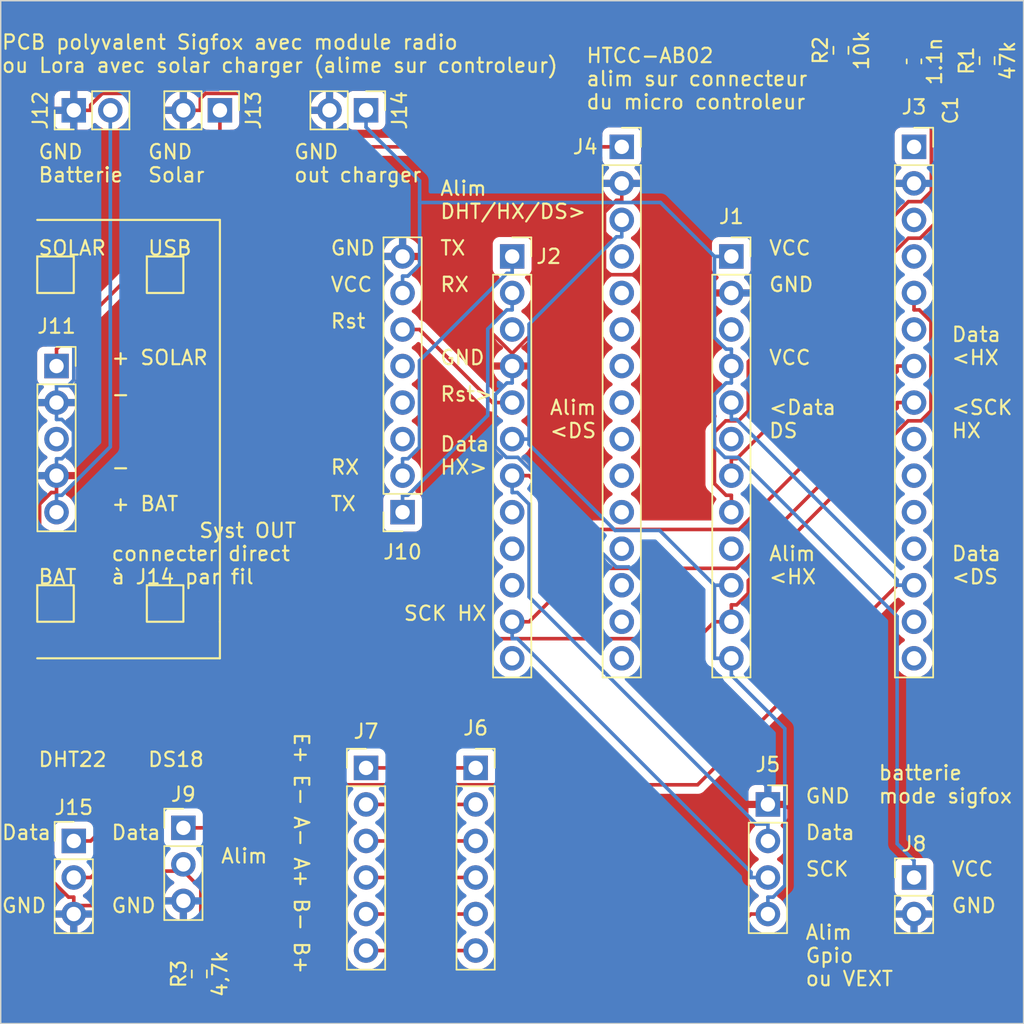
<source format=kicad_pcb>
(kicad_pcb (version 20221018) (generator pcbnew)
  (title_block (date "sam. 04 avril 2015"))
  (layers (0 "F.Cu" signal) (31 "B.Cu" signal) (34 "B.Paste" user) (35 "F.Paste" user) (36 "B.SilkS" user "B.Silkscreen") (37 "F.SilkS" user "F.Silkscreen") (38 "B.Mask" user) (39 "F.Mask" user) (44 "Edge.Cuts" user))
  (net 0 "")
  (net 1 "GND")
  (net 2 "DS18B20_data")
  (net 3 "DHT PW")
  (net 4 "TX")
  (net 5 "RX")
  (net 8 "Reset")
  (net 9 "VCC")
  (net 10 "HX711_data")
  (net 11 "HX711_sck")
  (net 12 "Net-(J1-Pin_8)")
  (net 15 "Net-(J1-Pin_7)")
  (net 17 "DHT DATA")
  (net 41 "Net-(J6-Pin_1)")
  (net 42 "Net-(J6-Pin_2)")
  (net 43 "Net-(J6-Pin_3)")
  (net 44 "Net-(J6-Pin_4)")
  (net 45 "Net-(J6-Pin_5)")
  (net 46 "Net-(J6-Pin_6)")
  (net 52 "Net-(J11-Pin_1)")
  (net 54 "Net-(J11-Pin_5)")
  (footprint "Connector_PinSocket_2.54mm:PinSocket_1x15_P2.54mm_Vertical" (layer "F.Cu") (at 211.76 61.9)
    (fp_text reference "J3" (at 0 -2.77) (layer "F.SilkS"))
    (fp_text value "Conn_01x15" hide)
    (pad "1" thru_hole rect (at 0 0) (size 1.7 1.7) (drill 1) (layers "*.Cu" "*.Mask"))
    (pad "2" thru_hole oval (at 0 2.54) (size 1.7 1.7) (drill 1) (layers "*.Cu" "*.Mask") (net 1 "GND"))
    (pad "3" thru_hole oval (at 0 5.08) (size 1.7 1.7) (drill 1) (layers "*.Cu" "*.Mask"))
    (pad "4" thru_hole oval (at 0 7.62) (size 1.7 1.7) (drill 1) (layers "*.Cu" "*.Mask"))
    (pad "5" thru_hole oval (at 0 10.16) (size 1.7 1.7) (drill 1) (layers "*.Cu" "*.Mask") (net 17 "DHT DATA"))
    (pad "6" thru_hole oval (at 0 12.7) (size 1.7 1.7) (drill 1) (layers "*.Cu" "*.Mask"))
    (pad "7" thru_hole oval (at 0 15.24) (size 1.7 1.7) (drill 1) (layers "*.Cu" "*.Mask") (net 10 "HX711_data"))
    (pad "8" thru_hole oval (at 0 17.78) (size 1.7 1.7) (drill 1) (layers "*.Cu" "*.Mask") (net 11 "HX711_sck"))
    (pad "9" thru_hole oval (at 0 20.32) (size 1.7 1.7) (drill 1) (layers "*.Cu" "*.Mask"))
    (pad "10" thru_hole oval (at 0 22.86) (size 1.7 1.7) (drill 1) (layers "*.Cu" "*.Mask"))
    (pad "11" thru_hole oval (at 0 25.4) (size 1.7 1.7) (drill 1) (layers "*.Cu" "*.Mask"))
    (pad "12" thru_hole oval (at 0 27.94) (size 1.7 1.7) (drill 1) (layers "*.Cu" "*.Mask"))
    (pad "13" thru_hole oval (at 0 30.48) (size 1.7 1.7) (drill 1) (layers "*.Cu" "*.Mask") (net 2 "DS18B20_data"))
    (pad "14" thru_hole oval (at 0 33.02) (size 1.7 1.7) (drill 1) (layers "*.Cu" "*.Mask"))
    (pad "15" thru_hole oval (at 0 35.56) (size 1.7 1.7) (drill 1) (layers "*.Cu" "*.Mask"))
  )
  (footprint "Connector_PinHeader_2.54mm:PinHeader_1x02_P2.54mm_Vertical" (layer "F.Cu") (at 173.66 59.36 -90)
    (fp_text reference "J14" (at 0 -2.33 90) (layer "F.SilkS"))
    (fp_text value "Conn_01x02" hide)
    (pad "1" thru_hole rect (at 0 0 270) (size 1.7 1.7) (drill 1) (layers "*.Cu" "*.Mask") (net 9 "VCC"))
    (pad "2" thru_hole oval (at 0 2.54 270) (size 1.7 1.7) (drill 1) (layers "*.Cu" "*.Mask") (net 1 "GND"))
  )
  (footprint "Resistor_SMD:R_0603_1608Metric_Pad0.98x0.95mm_HandSolder" (layer "F.Cu") (at 206.68 55.1925 90)
    (fp_text reference "R2" (at 0 -1.43 90) (layer "F.SilkS"))
    (fp_text value "10k" (at 0 1.43 90) (layer "F.SilkS"))
    (pad "1" smd roundrect (at -0.9125 0 90) (size 0.975 0.95) (layers "F.Cu" "F.Paste" "F.Mask") (net 12 "Net-(J1-Pin_8)"))
    (pad "2" smd roundrect (at 0.9125 0 90) (size 0.975 0.95) (layers "F.Cu" "F.Paste" "F.Mask") (net 1 "GND"))
  )
  (footprint "Connector_PinHeader_2.54mm:PinHeader_1x02_P2.54mm_Vertical" (layer "F.Cu") (at 163.5 59.36 -90)
    (fp_text reference "J13" (at 0 -2.33 90) (layer "F.SilkS"))
    (fp_text value "Conn_01x02" hide)
    (pad "1" thru_hole rect (at 0 0 270) (size 1.7 1.7) (drill 1) (layers "*.Cu" "*.Mask") (net 52 "Net-(J11-Pin_1)"))
    (pad "2" thru_hole oval (at 0 2.54 270) (size 1.7 1.7) (drill 1) (layers "*.Cu" "*.Mask") (net 1 "GND"))
  )
  (footprint "Connector_PinSocket_2.54mm:PinSocket_1x12_P2.54mm_Vertical" (layer "F.Cu") (at 199.06 69.52)
    (fp_text reference "J1" (at 0 -2.77) (layer "F.SilkS"))
    (fp_text value "Conn_01x12" hide)
    (pad "1" thru_hole rect (at 0 0) (size 1.7 1.7) (drill 1) (layers "*.Cu" "*.Mask") (net 9 "VCC"))
    (pad "2" thru_hole oval (at 0 2.54) (size 1.7 1.7) (drill 1) (layers "*.Cu" "*.Mask") (net 1 "GND"))
    (pad "3" thru_hole oval (at 0 5.08) (size 1.7 1.7) (drill 1) (layers "*.Cu" "*.Mask"))
    (pad "4" thru_hole oval (at 0 7.62) (size 1.7 1.7) (drill 1) (layers "*.Cu" "*.Mask") (net 9 "VCC"))
    (pad "5" thru_hole oval (at 0 10.16) (size 1.7 1.7) (drill 1) (layers "*.Cu" "*.Mask") (net 2 "DS18B20_data"))
    (pad "6" thru_hole oval (at 0 12.7) (size 1.7 1.7) (drill 1) (layers "*.Cu" "*.Mask"))
    (pad "7" thru_hole oval (at 0 15.24) (size 1.7 1.7) (drill 1) (layers "*.Cu" "*.Mask") (net 15 "Net-(J1-Pin_7)"))
    (pad "8" thru_hole oval (at 0 17.78) (size 1.7 1.7) (drill 1) (layers "*.Cu" "*.Mask") (net 12 "Net-(J1-Pin_8)"))
    (pad "9" thru_hole oval (at 0 20.32) (size 1.7 1.7) (drill 1) (layers "*.Cu" "*.Mask"))
    (pad "10" thru_hole oval (at 0 22.86) (size 1.7 1.7) (drill 1) (layers "*.Cu" "*.Mask") (net 3 "DHT PW"))
    (pad "11" thru_hole oval (at 0 25.4) (size 1.7 1.7) (drill 1) (layers "*.Cu" "*.Mask") (net 17 "DHT DATA"))
    (pad "12" thru_hole oval (at 0 27.94) (size 1.7 1.7) (drill 1) (layers "*.Cu" "*.Mask") (net 3 "DHT PW"))
  )
  (footprint "Resistor_SMD:R_0603_1608Metric_Pad0.98x0.95mm_HandSolder" (layer "F.Cu") (at 162.07 119.4075 90)
    (fp_text reference "R3" (at 0 -1.43 90) (layer "F.SilkS"))
    (fp_text value "4,7k" (at 0 1.43 90) (layer "F.SilkS"))
    (pad "1" smd roundrect (at -0.9125 0 90) (size 0.975 0.95) (layers "F.Cu" "F.Paste" "F.Mask") (net 3 "DHT PW"))
    (pad "2" smd roundrect (at 0.9125 0 90) (size 0.975 0.95) (layers "F.Cu" "F.Paste" "F.Mask") (net 2 "DS18B20_data"))
  )
  (footprint "Connector_PinSocket_2.54mm:PinSocket_1x08_P2.54mm_Vertical" (layer "F.Cu") (at 176.2 87.3 180)
    (fp_text reference "J10" (at 0 -2.77 180) (layer "F.SilkS"))
    (fp_text value "Conn_01x08" hide)
    (pad "1" thru_hole rect (at 0 0 180) (size 1.7 1.7) (drill 1) (layers "*.Cu" "*.Mask") (net 4 "TX"))
    (pad "2" thru_hole oval (at 0 2.54 180) (size 1.7 1.7) (drill 1) (layers "*.Cu" "*.Mask") (net 5 "RX"))
    (pad "3" thru_hole oval (at 0 5.08 180) (size 1.7 1.7) (drill 1) (layers "*.Cu" "*.Mask"))
    (pad "4" thru_hole oval (at 0 7.62 180) (size 1.7 1.7) (drill 1) (layers "*.Cu" "*.Mask"))
    (pad "5" thru_hole oval (at 0 10.16 180) (size 1.7 1.7) (drill 1) (layers "*.Cu" "*.Mask"))
    (pad "6" thru_hole oval (at 0 12.7 180) (size 1.7 1.7) (drill 1) (layers "*.Cu" "*.Mask") (net 8 "Reset"))
    (pad "7" thru_hole oval (at 0 15.24 180) (size 1.7 1.7) (drill 1) (layers "*.Cu" "*.Mask") (net 9 "VCC"))
    (pad "8" thru_hole oval (at 0 17.78 180) (size 1.7 1.7) (drill 1) (layers "*.Cu" "*.Mask") (net 1 "GND"))
  )
  (footprint "Connector_PinSocket_2.54mm:PinSocket_1x05_P2.54mm_Vertical" (layer "F.Cu") (at 152.14 77.14)
    (fp_text reference "J11" (at 0 -2.77) (layer "F.SilkS"))
    (fp_text value "Conn_01x05" hide)
    (pad "1" thru_hole rect (at 0 0) (size 1.7 1.7) (drill 1) (layers "*.Cu" "*.Mask") (net 52 "Net-(J11-Pin_1)"))
    (pad "2" thru_hole oval (at 0 2.54) (size 1.7 1.7) (drill 1) (layers "*.Cu" "*.Mask") (net 1 "GND"))
    (pad "3" thru_hole oval (at 0 5.08) (size 1.7 1.7) (drill 1) (layers "*.Cu" "*.Mask"))
    (pad "4" thru_hole oval (at 0 7.62) (size 1.7 1.7) (drill 1) (layers "*.Cu" "*.Mask") (net 1 "GND"))
    (pad "5" thru_hole oval (at 0 10.16) (size 1.7 1.7) (drill 1) (layers "*.Cu" "*.Mask") (net 54 "Net-(J11-Pin_5)"))
  )
  (footprint "Connector_PinHeader_2.54mm:PinHeader_1x03_P2.54mm_Vertical" (layer "F.Cu") (at 153.34 110.16)
    (fp_text reference "J15" (at 0 -2.33) (layer "F.SilkS"))
    (fp_text value "Conn_01x03" hide)
    (pad "1" thru_hole rect (at 0 0) (size 1.7 1.7) (drill 1) (layers "*.Cu" "*.Mask") (net 17 "DHT DATA"))
    (pad "2" thru_hole oval (at 0 2.54) (size 1.7 1.7) (drill 1) (layers "*.Cu" "*.Mask") (net 3 "DHT PW"))
    (pad "3" thru_hole oval (at 0 5.08) (size 1.7 1.7) (drill 1) (layers "*.Cu" "*.Mask") (net 1 "GND"))
  )
  (footprint "Connector_PinSocket_2.54mm:PinSocket_1x04_P2.54mm_Vertical" (layer "F.Cu") (at 201.6 107.62)
    (fp_text reference "J5" (at 0 -2.77) (layer "F.SilkS"))
    (fp_text value "Conn_01x04" hide)
    (pad "1" thru_hole rect (at 0 0) (size 1.7 1.7) (drill 1) (layers "*.Cu" "*.Mask") (net 1 "GND"))
    (pad "2" thru_hole oval (at 0 2.54) (size 1.7 1.7) (drill 1) (layers "*.Cu" "*.Mask") (net 10 "HX711_data"))
    (pad "3" thru_hole oval (at 0 5.08) (size 1.7 1.7) (drill 1) (layers "*.Cu" "*.Mask") (net 11 "HX711_sck"))
    (pad "4" thru_hole oval (at 0 7.62) (size 1.7 1.7) (drill 1) (layers "*.Cu" "*.Mask") (net 3 "DHT PW"))
  )
  (footprint "Connector_PinHeader_2.54mm:PinHeader_1x03_P2.54mm_Vertical" (layer "F.Cu") (at 160.96 109.2475)
    (fp_text reference "J9" (at 0 -2.33) (layer "F.SilkS"))
    (fp_text value "Conn_01x03" hide)
    (pad "1" thru_hole rect (at 0 0) (size 1.7 1.7) (drill 1) (layers "*.Cu" "*.Mask") (net 2 "DS18B20_data"))
    (pad "2" thru_hole oval (at 0 2.54) (size 1.7 1.7) (drill 1) (layers "*.Cu" "*.Mask") (net 3 "DHT PW"))
    (pad "3" thru_hole oval (at 0 5.08) (size 1.7 1.7) (drill 1) (layers "*.Cu" "*.Mask") (net 1 "GND"))
  )
  (footprint "Resistor_SMD:R_0603_1608Metric_Pad0.98x0.95mm_HandSolder" (layer "F.Cu") (at 216.84 55.9075 90)
    (fp_text reference "R1" (at 0 -1.43 90) (layer "F.SilkS"))
    (fp_text value "47k" (at 0 1.43 90) (layer "F.SilkS"))
    (pad "1" smd roundrect (at -0.9125 0 90) (size 0.975 0.95) (layers "F.Cu" "F.Paste" "F.Mask") (net 15 "Net-(J1-Pin_7)"))
    (pad "2" smd roundrect (at 0.9125 0 90) (size 0.975 0.95) (layers "F.Cu" "F.Paste" "F.Mask") (net 12 "Net-(J1-Pin_8)"))
  )
  (footprint "Connector_PinSocket_2.54mm:PinSocket_1x06_P2.54mm_Vertical" (layer "F.Cu") (at 181.28 105.08)
    (fp_text reference "J6" (at 0 -2.77) (layer "F.SilkS"))
    (fp_text value "Conn_01x06" hide)
    (pad "1" thru_hole rect (at 0 0) (size 1.7 1.7) (drill 1) (layers "*.Cu" "*.Mask") (net 41 "Net-(J6-Pin_1)"))
    (pad "2" thru_hole oval (at 0 2.54) (size 1.7 1.7) (drill 1) (layers "*.Cu" "*.Mask") (net 42 "Net-(J6-Pin_2)"))
    (pad "3" thru_hole oval (at 0 5.08) (size 1.7 1.7) (drill 1) (layers "*.Cu" "*.Mask") (net 43 "Net-(J6-Pin_3)"))
    (pad "4" thru_hole oval (at 0 7.62) (size 1.7 1.7) (drill 1) (layers "*.Cu" "*.Mask") (net 44 "Net-(J6-Pin_4)"))
    (pad "5" thru_hole oval (at 0 10.16) (size 1.7 1.7) (drill 1) (layers "*.Cu" "*.Mask") (net 45 "Net-(J6-Pin_5)"))
    (pad "6" thru_hole oval (at 0 12.7) (size 1.7 1.7) (drill 1) (layers "*.Cu" "*.Mask") (net 46 "Net-(J6-Pin_6)"))
  )
  (footprint "Connector_PinHeader_2.54mm:PinHeader_1x02_P2.54mm_Vertical" (layer "F.Cu") (at 211.76 112.7)
    (fp_text reference "J8" (at 0 -2.33) (layer "F.SilkS"))
    (fp_text value "Conn_01x02" hide)
    (pad "1" thru_hole rect (at 0 0) (size 1.7 1.7) (drill 1) (layers "*.Cu" "*.Mask") (net 9 "VCC"))
    (pad "2" thru_hole oval (at 0 2.54) (size 1.7 1.7) (drill 1) (layers "*.Cu" "*.Mask") (net 1 "GND"))
  )
  (footprint "Capacitor_SMD:C_0603_1608Metric_Pad1.08x0.95mm_HandSolder" (layer "F.Cu") (at 211.76 55.9575 90)
    (fp_text reference "C1" (at -3.4025 2.54 90) (layer "F.SilkS"))
    (fp_text value "1.1n" (at 0 1.43 90) (layer "F.SilkS"))
    (pad "1" smd roundrect (at -0.8625 0 90) (size 1.075 0.95) (layers "F.Cu" "F.Paste" "F.Mask") (net 12 "Net-(J1-Pin_8)"))
    (pad "2" smd roundrect (at 0.8625 0 90) (size 1.075 0.95) (layers "F.Cu" "F.Paste" "F.Mask") (net 1 "GND"))
  )
  (footprint "Connector_PinSocket_2.54mm:PinSocket_1x15_P2.54mm_Vertical" (layer "F.Cu") (at 191.44 61.9)
    (fp_text reference "J4" (at -2.54 0) (layer "F.SilkS"))
    (fp_text value "Conn_01x15" hide)
    (pad "1" thru_hole rect (at 0 0) (size 1.7 1.7) (drill 1) (layers "*.Cu" "*.Mask") (net 52 "Net-(J11-Pin_1)"))
    (pad "2" thru_hole oval (at 0 2.54) (size 1.7 1.7) (drill 1) (layers "*.Cu" "*.Mask") (net 1 "GND"))
    (pad "3" thru_hole oval (at 0 5.08) (size 1.7 1.7) (drill 1) (layers "*.Cu" "*.Mask") (net 3 "DHT PW"))
    (pad "4" thru_hole oval (at 0 7.62) (size 1.7 1.7) (drill 1) (layers "*.Cu" "*.Mask"))
    (pad "5" thru_hole oval (at 0 10.16) (size 1.7 1.7) (drill 1) (layers "*.Cu" "*.Mask"))
    (pad "6" thru_hole oval (at 0 12.7) (size 1.7 1.7) (drill 1) (layers "*.Cu" "*.Mask"))
    (pad "7" thru_hole oval (at 0 15.24) (size 1.7 1.7) (drill 1) (layers "*.Cu" "*.Mask"))
    (pad "8" thru_hole oval (at 0 17.78) (size 1.7 1.7) (drill 1) (layers "*.Cu" "*.Mask"))
    (pad "9" thru_hole oval (at 0 20.32) (size 1.7 1.7) (drill 1) (layers "*.Cu" "*.Mask"))
    (pad "10" thru_hole oval (at 0 22.86) (size 1.7 1.7) (drill 1) (layers "*.Cu" "*.Mask"))
    (pad "11" thru_hole oval (at 0 25.4) (size 1.7 1.7) (drill 1) (layers "*.Cu" "*.Mask"))
    (pad "12" thru_hole oval (at 0 27.94) (size 1.7 1.7) (drill 1) (layers "*.Cu" "*.Mask"))
    (pad "13" thru_hole oval (at 0 30.48) (size 1.7 1.7) (drill 1) (layers "*.Cu" "*.Mask"))
    (pad "14" thru_hole oval (at 0 33.02) (size 1.7 1.7) (drill 1) (layers "*.Cu" "*.Mask"))
    (pad "15" thru_hole oval (at 0 35.56) (size 1.7 1.7) (drill 1) (layers "*.Cu" "*.Mask"))
  )
  (footprint "Connector_PinHeader_2.54mm:PinHeader_1x06_P2.54mm_Vertical" (layer "F.Cu") (at 173.66 105.08)
    (fp_text reference "J7" (at 0 -2.54) (layer "F.SilkS"))
    (fp_text value "Conn_01x06" hide)
    (pad "1" thru_hole rect (at 0 0) (size 1.7 1.7) (drill 1) (layers "*.Cu" "*.Mask") (net 41 "Net-(J6-Pin_1)"))
    (pad "2" thru_hole oval (at 0 2.54) (size 1.7 1.7) (drill 1) (layers "*.Cu" "*.Mask") (net 42 "Net-(J6-Pin_2)"))
    (pad "3" thru_hole oval (at 0 5.08) (size 1.7 1.7) (drill 1) (layers "*.Cu" "*.Mask") (net 43 "Net-(J6-Pin_3)"))
    (pad "4" thru_hole oval (at 0 7.62) (size 1.7 1.7) (drill 1) (layers "*.Cu" "*.Mask") (net 44 "Net-(J6-Pin_4)"))
    (pad "5" thru_hole oval (at 0 10.16) (size 1.7 1.7) (drill 1) (layers "*.Cu" "*.Mask") (net 45 "Net-(J6-Pin_5)"))
    (pad "6" thru_hole oval (at 0 12.7) (size 1.7 1.7) (drill 1) (layers "*.Cu" "*.Mask") (net 46 "Net-(J6-Pin_6)"))
  )
  (footprint "Connector_PinHeader_2.54mm:PinHeader_1x02_P2.54mm_Vertical" (layer "F.Cu") (at 153.34 59.36 90)
    (fp_text reference "J12" (at 0 -2.33 90) (layer "F.SilkS"))
    (fp_text value "Conn_01x02" hide)
    (pad "1" thru_hole rect (at 0 0 90) (size 1.7 1.7) (drill 1) (layers "*.Cu" "*.Mask") (net 1 "GND"))
    (pad "2" thru_hole oval (at 0 2.54 90) (size 1.7 1.7) (drill 1) (layers "*.Cu" "*.Mask") (net 54 "Net-(J11-Pin_5)"))
  )
  (footprint "Connector_PinSocket_2.54mm:PinSocket_1x12_P2.54mm_Vertical" (layer "F.Cu") (at 183.82 69.52)
    (fp_text reference "J2" (at 2.54 0) (layer "F.SilkS"))
    (fp_text value "Conn_01x12" hide)
    (pad "1" thru_hole rect (at 0 0) (size 1.7 1.7) (drill 1) (layers "*.Cu" "*.Mask") (net 5 "RX"))
    (pad "2" thru_hole oval (at 0 2.54) (size 1.7 1.7) (drill 1) (layers "*.Cu" "*.Mask") (net 4 "TX"))
    (pad "3" thru_hole oval (at 0 5.08) (size 1.7 1.7) (drill 1) (layers "*.Cu" "*.Mask"))
    (pad "4" thru_hole oval (at 0 7.62) (size 1.7 1.7) (drill 1) (layers "*.Cu" "*.Mask") (net 1 "GND"))
    (pad "5" thru_hole oval (at 0 10.16) (size 1.7 1.7) (drill 1) (layers "*.Cu" "*.Mask") (net 8 "Reset"))
    (pad "6" thru_hole oval (at 0 12.7) (size 1.7 1.7) (drill 1) (layers "*.Cu" "*.Mask") (net 3 "DHT PW"))
    (pad "7" thru_hole oval (at 0 15.24) (size 1.7 1.7) (drill 1) (layers "*.Cu" "*.Mask") (net 10 "HX711_data"))
    (pad "8" thru_hole oval (at 0 17.78) (size 1.7 1.7) (drill 1) (layers "*.Cu" "*.Mask"))
    (pad "9" thru_hole oval (at 0 20.32) (size 1.7 1.7) (drill 1) (layers "*.Cu" "*.Mask"))
    (pad "10" thru_hole oval (at 0 22.86) (size 1.7 1.7) (drill 1) (layers "*.Cu" "*.Mask"))
    (pad "11" thru_hole oval (at 0 25.4) (size 1.7 1.7) (drill 1) (layers "*.Cu" "*.Mask") (net 11 "HX711_sck"))
    (pad "12" thru_hole oval (at 0 27.94) (size 1.7 1.7) (drill 1) (layers "*.Cu" "*.Mask"))
  )
  (gr_rect (start 150.8 69.52) (end 153.34 72.06) (stroke (width 0.15)) (fill none) (layer "F.SilkS"))
  (gr_line (start 163.5 94.92) (end 163.5 97.46) (stroke (width 0.15)) (layer "F.SilkS"))
  (gr_rect (start 158.42 69.52) (end 160.96 72.06) (stroke (width 0.15)) (fill none) (layer "F.SilkS"))
  (gr_line (start 150.8 66.98) (end 163.5 66.98) (stroke (width 0.15)) (layer "F.SilkS"))
  (gr_line (start 163.5 97.46) (end 150.8 97.46) (stroke (width 0.15)) (layer "F.SilkS"))
  (gr_rect (start 158.42 92.38) (end 160.96 94.92) (stroke (width 0.15)) (fill none) (layer "F.SilkS"))
  (gr_line (start 163.5 66.98) (end 163.5 94.92) (stroke (width 0.15)) (layer "F.SilkS"))
  (gr_rect (start 150.8 92.38) (end 153.34 94.92) (stroke (width 0.15)) (fill none) (layer "F.SilkS"))
  (gr_rect (start 148.26 51.74) (end 219.38 122.86) (stroke (width 0.1)) (fill none) (layer "Edge.Cuts"))
  (gr_text "Data" (at 155.88 110.16) (layer "F.SilkS") (effects (font (size 1 1)) (justify left bottom)))
  (gr_text "GND" (at 178.74 77.14) (layer "F.SilkS") (effects (font (size 1 1)) (justify left bottom)))
  (gr_text "Data\nHX>" (at 178.74 84.76) (layer "F.SilkS") (effects (font (size 1 1)) (justify left bottom)))
  (gr_text "-" (at 155.88 84.76) (layer "F.SilkS") (effects (font (size 1 1)) (justify left bottom)))
  (gr_text "TX" (at 178.74 69.52) (layer "F.SilkS") (effects (font (size 1 1)) (justify left bottom)))
  (gr_text "GND" (at 201.6 72.06) (layer "F.SilkS") (effects (font (size 1 1)) (justify left bottom)))
  (gr_text "GND" (at 148.26 115.24) (layer "F.SilkS") (effects (font (size 1 1)) (justify left bottom)))
  (gr_text "TX" (at 171.12 87.3) (layer "F.SilkS") (effects (font (size 1 1)) (justify left bottom)))
  (gr_text "SCK" (at 204.14 112.7) (layer "F.SilkS") (effects (font (size 1 1)) (justify left bottom)))
  (gr_text "GND\nSolar" (at 158.42 64.44) (layer "F.SilkS") (effects (font (size 1 1)) (justify left bottom)))
  (gr_text "Data" (at 204.14 110.16) (layer "F.SilkS") (effects (font (size 1 1)) (justify left bottom)))
  (gr_text "GND" (at 171.12 69.52) (layer "F.SilkS") (effects (font (size 1 1)) (justify left bottom)))
  (gr_text "VCC" (at 201.6 77.14) (layer "F.SilkS") (effects (font (size 1 1)) (justify left bottom)))
  (gr_text "GND\nout charger" (at 168.58 64.44) (layer "F.SilkS") (effects (font (size 1 1)) (justify left bottom)))
  (gr_text "Alim\n<DS" (at 186.36 82.22) (layer "F.SilkS") (effects (font (size 1 1)) (justify left bottom)))
  (gr_text "Alim\nDHT/HX/DS>" (at 178.74 66.98) (layer "F.SilkS") (effects (font (size 1 1)) (justify left bottom)))
  (gr_text "RX" (at 171.12 84.76) (layer "F.SilkS") (effects (font (size 1 1)) (justify left bottom)))
  (gr_text "GND" (at 204.14 107.62) (layer "F.SilkS") (effects (font (size 1 1)) (justify left bottom)))
  (gr_text "Rst>" (at 178.74 79.68) (layer "F.SilkS") (effects (font (size 1 1)) (justify left bottom)))
  (gr_text "BAT" (at 150.8 92.38) (layer "F.SilkS") (effects (font (size 1 1)) (justify left bottom)))
  (gr_text "<SCK\nHX" (at 214.3 82.22) (layer "F.SilkS") (effects (font (size 1 1)) (justify left bottom)))
  (gr_text "Data" (at 148.26 110.16) (layer "F.SilkS") (effects (font (size 1 1)) (justify left bottom)))
  (gr_text "+ SOLAR" (at 155.88 77.14) (layer "F.SilkS") (effects (font (size 1 1)) (justify left bottom)))
  (gr_text "USB" (at 158.42 69.52) (layer "F.SilkS") (effects (font (size 1 1)) (justify left bottom)))
  (gr_text "RX" (at 178.74 72.06) (layer "F.SilkS") (effects (font (size 1 1)) (justify left bottom)))
  (gr_text "batterie \nmode sigfox" (at 209.22 107.62) (layer "F.SilkS") (effects (font (size 1 1)) (justify left bottom)))
  (gr_text "SOLAR" (at 150.8 69.52) (layer "F.SilkS") (effects (font (size 1 1)) (justify left bottom)))
  (gr_text "SCK HX" (at 176.2 94.92) (layer "F.SilkS") (effects (font (size 1 1)) (justify left bottom)))
  (gr_text "Data\n<DS" (at 214.3 92.38) (layer "F.SilkS") (effects (font (size 1 1)) (justify left bottom)))
  (gr_text "Alim" (at 163.5 111.7875) (layer "F.SilkS") (effects (font (size 1 1)) (justify left bottom)))
  (gr_text "+ BAT" (at 155.88 87.3) (layer "F.SilkS") (effects (font (size 1 1)) (justify left bottom)))
  (gr_text "DHT22" (at 150.8 105.08) (layer "F.SilkS") (effects (font (size 1 1)) (justify left bottom)))
  (gr_text "DS18" (at 158.42 105.08) (layer "F.SilkS") (effects (font (size 1 1)) (justify left bottom)))
  (gr_text "        Syst OUT\nconnecter direct\nà J14 par fil" (at 155.88 92.38) (layer "F.SilkS") (effects (font (size 1 1)) (justify left bottom)))
  (gr_text "Alim\n<HX" (at 201.6 92.38) (layer "F.SilkS") (effects (font (size 1 1)) (justify left bottom)))
  (gr_text "HTCC-AB02\nalim sur connecteur\ndu micro controleur" (at 188.9 59.36) (layer "F.SilkS") (effects (font (size 1 1)) (justify left bottom)))
  (gr_text "GND\nBatterie" (at 150.8 64.44) (layer "F.SilkS") (effects (font (size 1 1)) (justify left bottom)))
  (gr_text "Alim\nGpio\nou VEXT" (at 204.14 120.32) (layer "F.SilkS") (effects (font (size 1 1)) (justify left bottom)))
  (gr_text "Rst" (at 171.12 74.6) (layer "F.SilkS") (effects (font (size 1 1)) (justify left bottom)))
  (gr_text "Data\n<HX" (at 214.3 77.14) (layer "F.SilkS") (effects (font (size 1 1)) (justify left bottom)))
  (gr_text "E+ E- A- A+ B- B+" (at 168.58 102.54 270) (layer "F.SilkS") (effects (font (size 1 1)) (justify left bottom)))
  (gr_text "VCC" (at 171.12 72.06) (layer "F.SilkS") (effects (font (size 1 1)) (justify left bottom)))
  (gr_text "-" (at 155.88 79.68) (layer "F.SilkS") (effects (font (size 1 1)) (justify left bottom)))
  (gr_text "VCC" (at 201.6 69.52) (layer "F.SilkS") (effects (font (size 1 1)) (justify left bottom)))
  (gr_text "GND" (at 155.88 115.24) (layer "F.SilkS") (effects (font (size 1 1)) (justify left bottom)))
  (gr_text "GND" (at 214.3 115.24) (layer "F.SilkS") (effects (font (size 1 1)) (justify left bottom)))
  (gr_text "<Data\nDS" (at 201.6 82.22) (layer "F.SilkS") (effects (font (size 1 1)) (justify left bottom)))
  (gr_text "VCC" (at 214.3 112.7) (layer "F.SilkS") (effects (font (size 1 1)) (justify left bottom)))
  (gr_text "PCB polyvalent Sigfox avec module radio\nou Lora avec solar charger (alime sur controleur)" (at 148.26 56.82) (layer "F.SilkS") (effects (font (size 1 1)) (justify left bottom)))
  (segment (start 152.14 85.9353) (end 151.7726 85.9353) (width 0.25) (layer "F.Cu") (net 1))
  (segment (start 191.44 65.6153) (end 191.0726 65.6153) (width 0.25) (layer "F.Cu") (net 1))
  (segment (start 160.96 59.36) (end 159.7847 59.36) (width 0.25) (layer "F.Cu") (net 1))
  (segment (start 208.6503 63.645) (end 205.8625 60.8572) (width 0.25) (layer "F.Cu") (net 1))
  (segment (start 152.9727 114.0647) (end 153.34 114.0647) (width 0.25) (layer "F.Cu") (net 1))
  (segment (start 155.3233 58.1847) (end 158.6094 58.1847) (width 0.25) (layer "F.Cu") (net 1))
  (segment (start 190.2381 66.4498) (end 190.2381 70.79) (width 0.25) (layer "F.Cu") (net 1))
  (segment (start 151.7726 85.9353) (end 150.9647 86.7432) (width 0.25) (layer "F.Cu") (net 1))
  (segment (start 150.9647 86.7432) (end 150.9647 112.0567) (width 0.25) (layer "F.Cu") (net 1))
  (segment (start 191.44 64.44) (end 191.44 65.6153) (width 0.25) (layer "F.Cu") (net 1))
  (segment (start 191.0726 65.6153) (end 190.2381 66.4498) (width 0.25) (layer "F.Cu") (net 1))
  (segment (start 158.6094 58.1847) (end 159.7847 59.36) (width 0.25) (layer "F.Cu") (net 1))
  (segment (start 153.34 114.6523) (end 153.34 114.0647) (width 0.25) (layer "F.Cu") (net 1))
  (segment (start 208.6503 63.645) (end 200.2353 72.06) (width 0.25) (layer "F.Cu") (net 1))
  (segment (start 183.82 77.14) (end 183.82 76.2623) (width 0.25) (layer "F.Cu") (net 1))
  (segment (start 153.34 59.36) (end 154.5153 59.36) (width 0.25) (layer "F.Cu") (net 1))
  (segment (start 202.7753 107.62) (end 210.3953 115.24) (width 0.25) (layer "F.Cu") (net 1))
  (segment (start 150.9647 112.0567) (end 152.9727 114.0647) (width 0.25) (layer "F.Cu") (net 1))
  (segment (start 201.6 107.62) (end 202.7753 107.62) (width 0.25) (layer "F.Cu") (net 1))
  (segment (start 154.5153 58.9927) (end 155.3233 58.1847) (width 0.25) (layer "F.Cu") (net 1))
  (segment (start 168.7694 58.1847) (end 162.5025 58.1847) (width 0.25) (layer "F.Cu") (net 1))
  (segment (start 205.8625 55.0975) (end 206.68 54.28) (width 0.25) (layer "F.Cu") (net 1))
  (segment (start 160.96 114.3275) (end 159.7847 114.3275) (width 0.25) (layer "F.Cu") (net 1))
  (segment (start 207.495 55.095) (end 206.68 54.28) (width 0.25) (layer "F.Cu") (net 1))
  (segment (start 205.8625 60.8572) (end 205.8625 55.0975) (width 0.25) (layer "F.Cu") (net 1))
  (segment (start 162.1353 58.5519) (end 162.1353 59.36) (width 0.25) (layer "F.Cu") (net 1))
  (segment (start 199.06 72.06) (end 200.2353 72.06) (width 0.25) (layer "F.Cu") (net 1))
  (segment (start 162.5025 58.1847) (end 162.1353 58.5519) (width 0.25) (layer "F.Cu") (net 1))
  (segment (start 210.6973 64.44) (end 209.4453 64.44) (width 0.25) (layer "F.Cu") (net 1))
  (segment (start 176.2 69.52) (end 177.3753 69.52) (width 0.25) (layer "F.Cu") (net 1))
  (segment (start 183.82 76.2623) (end 189.2923 70.79) (width 0.25) (layer "F.Cu") (net 1))
  (segment (start 177.3753 69.52) (end 177.3753 69.8176) (width 0.25) (layer "F.Cu") (net 1))
  (segment (start 169.9447 59.36) (end 168.7694 58.1847) (width 0.25) (layer "F.Cu") (net 1))
  (segment (start 160.96 59.36) (end 162.1353 59.36) (width 0.25) (layer "F.Cu") (net 1))
  (segment (start 210.3953 115.24) (end 211.76 115.24) (width 0.25) (layer "F.Cu") (net 1))
  (segment (start 209.4453 64.44) (end 208.6503 63.645) (width 0.25) (layer "F.Cu") (net 1))
  (segment (start 211.76 55.095) (end 207.495 55.095) (width 0.25) (layer "F.Cu") (net 1))
  (segment (start 189.2923 70.79) (end 190.2381 70.79) (width 0.25) (layer "F.Cu") (net 1))
  (segment (start 199.06 72.06) (end 197.8847 72.06) (width 0.25) (layer "F.Cu") (net 1))
  (segment (start 154.5153 59.36) (end 154.5153 58.9927) (width 0.25) (layer "F.Cu") (net 1))
  (segment (start 211.76 64.44) (end 210.6973 64.44) (width 0.25) (layer "F.Cu") (net 1))
  (segment (start 190.2381 70.79) (end 196.6147 70.79) (width 0.25) (layer "F.Cu") (net 1))
  (segment (start 171.12 59.36) (end 169.9447 59.36) (width 0.25) (layer "F.Cu") (net 1))
  (segment (start 177.3753 69.8176) (end 183.82 76.2623) (width 0.25) (layer "F.Cu") (net 1))
  (segment (start 159.4599 114.6523) (end 159.7847 114.3275) (width 0.25) (layer "F.Cu") (net 1))
  (segment (start 153.34 115.24) (end 153.34 114.6523) (width 0.25) (layer "F.Cu") (net 1))
  (segment (start 196.6147 70.79) (end 197.8847 72.06) (width 0.25) (layer "F.Cu") (net 1))
  (segment (start 152.14 84.76) (end 152.14 85.9353) (width 0.25) (layer "F.Cu") (net 1))
  (segment (start 153.34 114.6523) (end 159.4599 114.6523) (width 0.25) (layer "F.Cu") (net 1))
  (segment (start 183.417 83.49) (end 184.2136 83.49) (width 0.25) (layer "B.Cu") (net 1))
  (segment (start 184.2136 83.49) (end 189.871 89.1474) (width 0.25) (layer "B.Cu") (net 1))
  (segment (start 191.9294 91.11) (end 195.175 94.3556) (width 0.25) (layer "B.Cu") (net 1))
  (segment (start 189.871 89.9335) (end 191.0475 91.11) (width 0.25) (layer "B.Cu") (net 1))
  (segment (start 152.5073 83.5847) (end 153.3153 82.7767) (width 0.25) (layer "B.Cu") (net 1))
  (segment (start 195.175 94.3556) (end 195.175 100.0197) (width 0.25) (layer "B.Cu") (net 1))
  (segment (start 153.3153 82.7767) (end 153.3153 81.6632) (width 0.25) (layer "B.Cu") (net 1))
  (segment (start 171.12 59.36) (end 171.12 60.5353) (width 0.25) (layer "B.Cu") (net 1))
  (segment (start 152.14 84.76) (end 152.14 83.5847) (width 0.25) (layer "B.Cu") (net 1))
  (segment (start 183.82 77.14) (end 183.82 78.3153) (width 0.25) (layer "B.Cu") (net 1))
  (segment (start 152.14 79.68) (end 152.14 80.8553) (width 0.25) (layer "B.Cu") (net 1))
  (segment (start 189.871 89.1474) (end 189.871 89.9335) (width 0.25) (layer "B.Cu") (net 1))
  (segment (start 153.34 78.1127) (end 152.948 78.5047) (width 0.25) (layer "B.Cu") (net 1))
  (segment (start 171.12 60.5353) (end 176.2 65.6153) (width 0.25) (layer "B.Cu") (net 1))
  (segment (start 182.6447 82.7177) (end 183.417 83.49) (width 0.25) (layer "B.Cu") (net 1))
  (segment (start 152.14 79.68) (end 152.14 78.5047) (width 0.25) (layer "B.Cu") (net 1))
  (segment (start 183.82 78.3153) (end 183.4526 78.3153) (width 0.25) (layer "B.Cu") (net 1))
  (segment (start 152.14 83.5847) (end 152.5073 83.5847) (width 0.25) (layer "B.Cu") (net 1))
  (segment (start 201.6 107.62) (end 201.6 106.4447) (width 0.25) (layer "B.Cu") (net 1))
  (segment (start 152.5074 80.8553) (end 152.14 80.8553) (width 0.25) (layer "B.Cu") (net 1))
  (segment (start 182.6447 79.1232) (end 182.6447 82.7177) (width 0.25) (layer "B.Cu") (net 1))
  (segment (start 183.4526 78.3153) (end 182.6447 79.1232) (width 0.25) (layer "B.Cu") (net 1))
  (segment (start 153.3153 81.6632) (end 152.5074 80.8553) (width 0.25) (layer "B.Cu") (net 1))
  (segment (start 191.0475 91.11) (end 191.9294 91.11) (width 0.25) (layer "B.Cu") (net 1))
  (segment (start 152.948 78.5047) (end 152.14 78.5047) (width 0.25) (layer "B.Cu") (net 1))
  (segment (start 176.2 65.6153) (end 176.2 69.52) (width 0.25) (layer "B.Cu") (net 1))
  (segment (start 153.34 59.36) (end 153.34 78.1127) (width 0.25) (layer "B.Cu") (net 1))
  (segment (start 195.175 100.0197) (end 201.6 106.4447) (width 0.25) (layer "B.Cu") (net 1))
  (segment (start 162.6241 109.2475) (end 162.6241 117.9409) (width 0.25) (layer "F.Cu") (net 2))
  (segment (start 165.6162 106.2554) (end 162.6241 109.2475) (width 0.25) (layer "F.Cu") (net 2))
  (segment (start 210.5847 92.38) (end 196.7093 106.2554) (width 0.25) (layer "F.Cu") (net 2))
  (segment (start 160.96 109.2475) (end 162.1353 109.2475) (width 0.25) (layer "F.Cu") (net 2))
  (segment (start 162.6241 117.9409) (end 162.07 118.495) (width 0.25) (layer "F.Cu") (net 2))
  (segment (start 162.6241 109.2475) (end 162.1353 109.2475) (width 0.25) (layer "F.Cu") (net 2))
  (segment (start 196.7093 106.2554) (end 165.6162 106.2554) (width 0.25) (layer "F.Cu") (net 2))
  (segment (start 211.76 92.38) (end 210.5847 92.38) (width 0.25) (layer "F.Cu") (net 2))
  (segment (start 210.5847 92.38) (end 210.5847 92.0127) (width 0.25) (layer "B.Cu") (net 2))
  (segment (start 199.06 79.68) (end 199.06 80.8553) (width 0.25) (layer "B.Cu") (net 2))
  (segment (start 211.76 92.38) (end 210.5847 92.38) (width 0.25) (layer "B.Cu") (net 2))
  (segment (start 199.4273 80.8553) (end 199.06 80.8553) (width 0.25) (layer "B.Cu") (net 2))
  (segment (start 210.5847 92.0127) (end 199.4273 80.8553) (width 0.25) (layer "B.Cu") (net 2))
  (segment (start 162.07 120.0499) (end 195.6148 120.0499) (width 0.25) (layer "F.Cu") (net 3))
  (segment (start 161.2484 119.2283) (end 162.07 120.0499) (width 0.25) (layer "F.Cu") (net 3))
  (segment (start 161.2484 117.9891) (end 161.2484 119.2283) (width 0.25) (layer "F.Cu") (net 3))
  (segment (start 153.34 112.7) (end 154.5153 112.7) (width 0.25) (layer "F.Cu") (net 3))
  (segment (start 201.6 115.24) (end 200.4247 115.24) (width 0.25) (layer "F.Cu") (net 3))
  (segment (start 160.96 111.7875) (end 160.96 112.256) (width 0.25) (layer "F.Cu") (net 3))
  (segment (start 160.96 112.256) (end 162.1737 113.4697) (width 0.25) (layer "F.Cu") (net 3))
  (segment (start 154.5153 112.7) (end 154.9593 112.256) (width 0.25) (layer "F.Cu") (net 3))
  (segment (start 162.07 120.0499) (end 162.07 120.32) (width 0.25) (layer "F.Cu") (net 3))
  (segment (start 162.1737 117.0638) (end 161.2484 117.9891) (width 0.25) (layer "F.Cu") (net 3))
  (segment (start 162.1737 113.4697) (end 162.1737 117.0638) (width 0.25) (layer "F.Cu") (net 3))
  (segment (start 154.9593 112.256) (end 160.96 112.256) (width 0.25) (layer "F.Cu") (net 3))
  (segment (start 195.6148 120.0499) (end 200.4247 115.24) (width 0.25) (layer "F.Cu") (net 3))
  (segment (start 199.06 97.46) (end 197.8847 97.46) (width 0.25) (layer "B.Cu") (net 3))
  (segment (start 199.06 97.46) (end 199.06 98.6353) (width 0.25) (layer "B.Cu") (net 3))
  (segment (start 194.0747 88.57) (end 190.978 88.57) (width 0.25) (layer "B.Cu") (net 3))
  (segment (start 184.9953 74.2327) (end 191.0727 68.1553) (width 0.25) (layer "B.Cu") (net 3))
  (segment (start 191.0727 68.1553) (end 191.44 68.1553) (width 0.25) (layer "B.Cu") (net 3))
  (segment (start 199.06 92.38) (end 197.8847 92.38) (width 0.25) (layer "B.Cu") (net 3))
  (segment (start 183.82 82.22) (end 184.9953 82.22) (width 0.25) (layer "B.Cu") (net 3))
  (segment (start 184.9953 82.5873) (end 184.9953 82.22) (width 0.25) (layer "B.Cu") (net 3))
  (segment (start 201.6 115.24) (end 201.6 114.0647) (width 0.25) (layer "B.Cu") (net 3))
  (segment (start 202.7754 113.2566) (end 202.7754 102.3507) (width 0.25) (layer "B.Cu") (net 3))
  (segment (start 197.8847 97.46) (end 197.8847 92.38) (width 0.25) (layer "B.Cu") (net 3))
  (segment (start 191.44 66.98) (end 191.44 68.1553) (width 0.25) (layer "B.Cu") (net 3))
  (segment (start 184.9953 82.22) (end 184.9953 74.2327) (width 0.25) (layer "B.Cu") (net 3))
  (segment (start 201.6 114.0647) (end 201.9673 114.0647) (width 0.25) (layer "B.Cu") (net 3))
  (segment (start 201.9673 114.0647) (end 202.7754 113.2566) (width 0.25) (layer "B.Cu") (net 3))
  (segment (start 190.978 88.57) (end 184.9953 82.5873) (width 0.25) (layer "B.Cu") (net 3))
  (segment (start 202.7754 102.3507) (end 199.06 98.6353) (width 0.25) (layer "B.Cu") (net 3))
  (segment (start 197.8847 92.38) (end 194.0747 88.57) (width 0.25) (layer "B.Cu") (net 3))
  (segment (start 182.1214 74.5666) (end 183.4527 73.2353) (width 0.25) (layer "B.Cu") (net 4))
  (segment (start 176.5673 86.1247) (end 182.1214 80.5706) (width 0.25) (layer "B.Cu") (net 4))
  (segment (start 183.4527 73.2353) (end 183.82 73.2353) (width 0.25) (layer "B.Cu") (net 4))
  (segment (start 176.2 86.1247) (end 176.5673 86.1247) (width 0.25) (layer "B.Cu") (net 4))
  (segment (start 183.82 72.06) (end 183.82 73.2353) (width 0.25) (layer "B.Cu") (net 4))
  (segment (start 182.1214 80.5706) (end 182.1214 74.5666) (width 0.25) (layer "B.Cu") (net 4))
  (segment (start 176.2 87.3) (end 176.2 86.1247) (width 0.25) (layer "B.Cu") (net 4))
  (segment (start 176.2 84.76) (end 176.2 83.5847) (width 0.25) (layer "B.Cu") (net 5))
  (segment (start 177.3753 82.7768) (end 177.3753 76.7727) (width 0.25) (layer "B.Cu") (net 5))
  (segment (start 177.3753 76.7727) (end 183.4527 70.6953) (width 0.25) (layer "B.Cu") (net 5))
  (segment (start 183.82 69.52) (end 183.82 70.6953) (width 0.25) (layer "B.Cu") (net 5))
  (segment (start 176.5674 83.5847) (end 177.3753 82.7768) (width 0.25) (layer "B.Cu") (net 5))
  (segment (start 176.2 83.5847) (end 176.5674 83.5847) (width 0.25) (layer "B.Cu") (net 5))
  (segment (start 183.4527 70.6953) (end 183.82 70.6953) (width 0.25) (layer "B.Cu") (net 5))
  (segment (start 177.3753 74.6) (end 182.4553 79.68) (width 0.25) (layer "F.Cu") (net 8))
  (segment (start 176.2 74.6) (end 177.3753 74.6) (width 0.25) (layer "F.Cu") (net 8))
  (segment (start 182.4553 79.68) (end 183.82 79.68) (width 0.25) (layer "F.Cu") (net 8))
  (segment (start 210.5847 94.5491) (end 210.5847 110.3494) (width 0.25) (layer "B.Cu") (net 9))
  (segment (start 197.8812 82.7581) (end 198.6131 83.49) (width 0.25) (layer "B.Cu") (net 9))
  (segment (start 194.1342 65.7695) (end 197.8847 69.52) (width 0.25) (layer "B.Cu") (net 9))
  (segment (start 173.66 59.36) (end 173.66 60.5353) (width 0.25) (layer "B.Cu") (net 9))
  (segment (start 176.2 70.8847) (end 176.5673 70.8847) (width 0.25) (layer "B.Cu") (net 9))
  (segment (start 176.2 72.06) (end 176.2 70.8847) (width 0.25) (layer "B.Cu") (net 9))
  (segment (start 198.6131 83.49) (end 199.5256 83.49) (width 0.25) (layer "B.Cu") (net 9))
  (segment (start 177.386 65.7695) (end 177.386 64.2613) (width 0.25) (layer "B.Cu") (net 9))
  (segment (start 199.06 78.3153) (end 198.6927 78.3153) (width 0.25) (layer "B.Cu") (net 9))
  (segment (start 177.386 64.2613) (end 173.66 60.5353) (width 0.25) (layer "B.Cu") (net 9))
  (segment (start 199.06 69.52) (end 197.8847 69.52) (width 0.25) (layer "B.Cu") (net 9))
  (segment (start 177.386 65.7695) (end 194.1342 65.7695) (width 0.25) (layer "B.Cu") (net 9))
  (segment (start 199.5256 83.49) (end 210.5847 94.5491) (width 0.25) (layer "B.Cu") (net 9))
  (segment (start 211.76 112.7) (end 211.76 111.5247) (width 0.25) (layer "B.Cu") (net 9))
  (segment (start 210.5847 110.3494) (end 211.76 111.5247) (width 0.25) (layer "B.Cu") (net 9))
  (segment (start 176.5673 70.8847) (end 177.386 70.066) (width 0.25) (layer "B.Cu") (net 9))
  (segment (start 177.386 70.066) (end 177.386 65.7695) (width 0.25) (layer "B.Cu") (net 9))
  (segment (start 198.6927 75.9647) (end 199.06 75.9647) (width 0.25) (layer "B.Cu") (net 9))
  (segment (start 199.06 77.14) (end 199.06 78.3153) (width 0.25) (layer "B.Cu") (net 9))
  (segment (start 198.6927 78.3153) (end 197.8812 79.1268) (width 0.25) (layer "B.Cu") (net 9))
  (segment (start 197.8847 69.52) (end 197.8847 75.1567) (width 0.25) (layer "B.Cu") (net 9))
  (segment (start 197.8812 79.1268) (end 197.8812 82.7581) (width 0.25) (layer "B.Cu") (net 9))
  (segment (start 199.06 77.14) (end 199.06 75.9647) (width 0.25) (layer "B.Cu") (net 9))
  (segment (start 197.8847 75.1567) (end 198.6927 75.9647) (width 0.25) (layer "B.Cu") (net 9))
  (segment (start 188.7382 88.5029) (end 199.5891 88.5029) (width 0.25) (layer "F.Cu") (net 10))
  (segment (start 184.9953 84.76) (end 188.7382 88.5029) (width 0.25) (layer "F.Cu") (net 10))
  (segment (start 211.76 77.14) (end 210.5847 77.14) (width 0.25) (layer "F.Cu") (net 10))
  (segment (start 183.82 84.76) (end 184.9953 84.76) (width 0.25) (layer "F.Cu") (net 10))
  (segment (start 210.5847 77.5073) (end 210.5847 77.14) (width 0.25) (layer "F.Cu") (net 10))
  (segment (start 199.5891 88.5029) (end 210.5847 77.5073) (width 0.25) (layer "F.Cu") (net 10))
  (segment (start 201.6 108.9847) (end 200.792 108.9847) (width 0.25) (layer "B.Cu") (net 10))
  (segment (start 184.9953 93.188) (end 184.9953 86.7432) (width 0.25) (layer "B.Cu") (net 10))
  (segment (start 201.6 110.16) (end 201.6 108.9847) (width 0.25) (layer "B.Cu") (net 10))
  (segment (start 200.792 108.9847) (end 184.9953 93.188) (width 0.25) (layer "B.Cu") (net 10))
  (segment (start 184.9953 86.7432) (end 184.1874 85.9353) (width 0.25) (layer "B.Cu") (net 10))
  (segment (start 184.1874 85.9353) (end 183.82 85.9353) (width 0.25) (layer "B.Cu") (net 10))
  (segment (start 183.82 84.76) (end 183.82 85.9353) (width 0.25) (layer "B.Cu") (net 10))
  (segment (start 183.82 94.92) (end 184.9953 94.92) (width 0.25) (layer "F.Cu") (net 11))
  (segment (start 188.7107 91.2046) (end 199.4274 91.2046) (width 0.25) (layer "F.Cu") (net 11))
  (segment (start 211.76 79.68) (end 210.5847 79.68) (width 0.25) (layer "F.Cu") (net 11))
  (segment (start 210.5847 80.0473) (end 210.5847 79.68) (width 0.25) (layer "F.Cu") (net 11))
  (segment (start 184.9953 94.92) (end 188.7107 91.2046) (width 0.25) (layer "F.Cu") (net 11))
  (segment (start 199.4274 91.2046) (end 210.5847 80.0473) (width 0.25) (layer "F.Cu") (net 11))
  (segment (start 183.82 94.92) (end 183.82 96.0953) (width 0.25) (layer "B.Cu") (net 11))
  (segment (start 200.4247 112.7) (end 200.4247 112.3327) (width 0.25) (layer "B.Cu") (net 11))
  (segment (start 184.1873 96.0953) (end 183.82 96.0953) (width 0.25) (layer "B.Cu") (net 11))
  (segment (start 201.6 112.7) (end 200.4247 112.7) (width 0.25) (layer "B.Cu") (net 11))
  (segment (start 200.4247 112.3327) (end 184.1873 96.0953) (width 0.25) (layer "B.Cu") (net 11))
  (segment (start 199.06 86.1247) (end 198.6927 86.1247) (width 0.25) (layer "F.Cu") (net 12))
  (segment (start 212.2487 65.71) (end 212.9658 64.9929) (width 0.25) (layer "F.Cu") (net 12))
  (segment (start 197.8832 81.7306) (end 198.6638 80.95) (width 0.25) (layer "F.Cu") (net 12))
  (segment (start 211.3657 65.71) (end 212.2487 65.71) (width 0.25) (layer "F.Cu") (net 12))
  (segment (start 212.9658 64.9929) (end 212.9658 58.0258) (width 0.25) (layer "F.Cu") (net 12))
  (segment (start 197.8832 85.3152) (end 197.8832 81.7306) (width 0.25) (layer "F.Cu") (net 12))
  (segment (start 212.9658 58.0258) (end 215.9966 54.995) (width 0.25) (layer "F.Cu") (net 12))
  (segment (start 206.68 56.105) (end 207.395 56.82) (width 0.25) (layer "F.Cu") (net 12))
  (segment (start 215.9966 54.995) (end 216.84 54.995) (width 0.25) (layer "F.Cu") (net 12))
  (segment (start 198.6638 80.95) (end 199.5478 80.95) (width 0.25) (layer "F.Cu") (net 12))
  (segment (start 207.395 56.82) (end 211.76 56.82) (width 0.25) (layer "F.Cu") (net 12))
  (segment (start 200.2353 80.2625) (end 200.2353 76.8404) (width 0.25) (layer "F.Cu") (net 12))
  (segment (start 200.2353 76.8404) (end 211.3657 65.71) (width 0.25) (layer "F.Cu") (net 12))
  (segment (start 198.6927 86.1247) (end 197.8832 85.3152) (width 0.25) (layer "F.Cu") (net 12))
  (segment (start 212.9658 58.0258) (end 211.76 56.82) (width 0.25) (layer "F.Cu") (net 12))
  (segment (start 199.06 87.3) (end 199.06 86.1247) (width 0.25) (layer "F.Cu") (net 12))
  (segment (start 199.5478 80.95) (end 200.2353 80.2625) (width 0.25) (layer "F.Cu") (net 12))
  (segment (start 210.1899 69.4272) (end 211.3671 68.25) (width 0.25) (layer "F.Cu") (net 15))
  (segment (start 212.1865 68.25) (end 216.84 63.5965) (width 0.25) (layer "F.Cu") (net 15))
  (segment (start 216.84 63.5965) (end 216.84 56.82) (width 0.25) (layer "F.Cu") (net 15))
  (segment (start 210.1899 72.8221) (end 210.1899 69.4272) (width 0.25) (layer "F.Cu") (net 15))
  (segment (start 199.06 83.5847) (end 199.4273 83.5847) (width 0.25) (layer "F.Cu") (net 15))
  (segment (start 199.06 84.76) (end 199.06 83.5847) (width 0.25) (layer "F.Cu") (net 15))
  (segment (start 211.3671 68.25) (end 212.1865 68.25) (width 0.25) (layer "F.Cu") (net 15))
  (segment (start 199.4273 83.5847) (end 210.1899 72.8221) (width 0.25) (layer "F.Cu") (net 15))
  (segment (start 212.24 80.95) (end 212.9353 80.2547) (width 0.25) (layer "F.Cu") (net 17))
  (segment (start 197.8847 94.92) (end 196.7094 96.0953) (width 0.25) (layer "F.Cu") (net 17))
  (segment (start 200.2353 92.9368) (end 200.2353 92.0605) (width 0.25) (layer "F.Cu") (net 17))
  (segment (start 212.9353 80.2547) (end 212.9353 74.0432) (width 0.25) (layer "F.Cu") (net 17))
  (segment (start 168.58 96.0953) (end 154.5153 110.16) (width 0.25) (layer "F.Cu") (net 17))
  (segment (start 196.7094 96.0953) (end 168.58 96.0953) (width 0.25) (layer "F.Cu") (net 17))
  (segment (start 199.4274 93.7447) (end 200.2353 92.9368) (width 0.25) (layer "F.Cu") (net 17))
  (segment (start 212.9353 74.0432) (end 212.1274 73.2353) (width 0.25) (layer "F.Cu") (net 17))
  (segment (start 211.76 72.06) (end 211.76 73.2353) (width 0.25) (layer "F.Cu") (net 17))
  (segment (start 153.34 110.16) (end 154.5153 110.16) (width 0.25) (layer "F.Cu") (net 17))
  (segment (start 212.1274 73.2353) (end 211.76 73.2353) (width 0.25) (layer "F.Cu") (net 17))
  (segment (start 200.2353 92.0605) (end 211.3458 80.95) (width 0.25) (layer "F.Cu") (net 17))
  (segment (start 198.4724 94.92) (end 199.06 94.92) (width 0.25) (layer "F.Cu") (net 17))
  (segment (start 199.06 93.7447) (end 199.4274 93.7447) (width 0.25) (layer "F.Cu") (net 17))
  (segment (start 199.06 94.92) (end 199.06 93.7447) (width 0.25) (layer "F.Cu") (net 17))
  (segment (start 198.4724 94.92) (end 197.8847 94.92) (width 0.25) (layer "F.Cu") (net 17))
  (segment (start 211.3458 80.95) (end 212.24 80.95) (width 0.25) (layer "F.Cu") (net 17))
  (segment (start 173.66 105.08) (end 181.28 105.08) (width 0.25) (layer "F.Cu") (net 41))
  (segment (start 173.66 107.62) (end 181.28 107.62) (width 0.25) (layer "F.Cu") (net 42))
  (segment (start 173.66 110.16) (end 181.28 110.16) (width 0.25) (layer "F.Cu") (net 43))
  (segment (start 173.66 112.7) (end 181.28 112.7) (width 0.25) (layer "F.Cu") (net 44))
  (segment (start 173.66 115.24) (end 181.28 115.24) (width 0.25) (layer "F.Cu") (net 45))
  (segment (start 173.66 117.78) (end 181.28 117.78) (width 0.25) (layer "F.Cu") (net 46))
  (segment (start 163.5 61.9) (end 163.5 59.36) (width 0.25) (layer "F.Cu") (net 52))
  (segment (start 163.5 64.6047) (end 163.5 61.9) (width 0.25) (layer "F.Cu") (net 52))
  (segment (start 191.44 61.9) (end 190.2647 61.9) (width 0.25) (layer "F.Cu") (net 52))
  (segment (start 152.14 75.9647) (end 163.5 64.6047) (width 0.25) (layer "F.Cu") (net 52))
  (segment (start 152.14 77.14) (end 152.14 75.9647) (width 0.25) (layer "F.Cu") (net 52))
  (segment (start 163.5 61.9) (end 190.2647 61.9) (width 0.25) (layer "F.Cu") (net 52))
  (segment (start 152.14 86.1247) (end 152.5073 86.1247) (width 0.25) (layer "B.Cu") (net 54))
  (segment (start 155.88 82.752) (end 155.88 59.36) (width 0.25) (layer "B.Cu") (net 54))
  (segment (start 152.14 87.3) (end 152.14 86.1247) (width 0.25) (layer "B.Cu") (net 54))
  (segment (start 152.5073 86.1247) (end 155.88 82.752) (width 0.25) (layer "B.Cu") (net 54))
  (zone (net 1) (net_name "GND") (layer "F.Cu") (connect_pads (clearance 0.5)) (min_thickness 0.25) (fill yes (thermal_gap 0.5) (thermal_bridge_width 0.5))
    (polygon (pts (xy 148.26 51.74) (xy 219.38 51.74) (xy 219.38 122.86) (xy 148.26 122.86)))
  )
  (zone (net 1) (net_name "GND") (layer "B.Cu") (priority 1) (connect_pads (clearance 0.5)) (min_thickness 0.25) (fill yes (thermal_gap 0.5) (thermal_bridge_width 0.5))
    (polygon (pts (xy 148.26 51.74) (xy 219.38 51.74) (xy 219.38 122.86) (xy 148.26 122.86)))
  )
)
</source>
